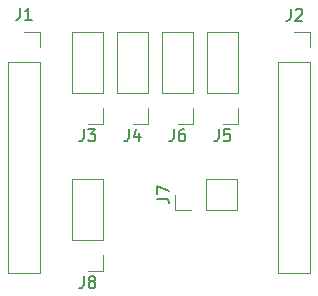
<source format=gbr>
%TF.GenerationSoftware,KiCad,Pcbnew,8.0.7-8.0.7-0~ubuntu24.04.1*%
%TF.CreationDate,2024-12-11T13:59:53+01:00*%
%TF.ProjectId,pcb,7063622e-6b69-4636-9164-5f7063625858,rev?*%
%TF.SameCoordinates,Original*%
%TF.FileFunction,Legend,Top*%
%TF.FilePolarity,Positive*%
%FSLAX46Y46*%
G04 Gerber Fmt 4.6, Leading zero omitted, Abs format (unit mm)*
G04 Created by KiCad (PCBNEW 8.0.7-8.0.7-0~ubuntu24.04.1) date 2024-12-11 13:59:53*
%MOMM*%
%LPD*%
G01*
G04 APERTURE LIST*
%ADD10C,0.150000*%
%ADD11C,0.120000*%
G04 APERTURE END LIST*
D10*
X135048666Y-119386819D02*
X135048666Y-120101104D01*
X135048666Y-120101104D02*
X135001047Y-120243961D01*
X135001047Y-120243961D02*
X134905809Y-120339200D01*
X134905809Y-120339200D02*
X134762952Y-120386819D01*
X134762952Y-120386819D02*
X134667714Y-120386819D01*
X135667714Y-119815390D02*
X135572476Y-119767771D01*
X135572476Y-119767771D02*
X135524857Y-119720152D01*
X135524857Y-119720152D02*
X135477238Y-119624914D01*
X135477238Y-119624914D02*
X135477238Y-119577295D01*
X135477238Y-119577295D02*
X135524857Y-119482057D01*
X135524857Y-119482057D02*
X135572476Y-119434438D01*
X135572476Y-119434438D02*
X135667714Y-119386819D01*
X135667714Y-119386819D02*
X135858190Y-119386819D01*
X135858190Y-119386819D02*
X135953428Y-119434438D01*
X135953428Y-119434438D02*
X136001047Y-119482057D01*
X136001047Y-119482057D02*
X136048666Y-119577295D01*
X136048666Y-119577295D02*
X136048666Y-119624914D01*
X136048666Y-119624914D02*
X136001047Y-119720152D01*
X136001047Y-119720152D02*
X135953428Y-119767771D01*
X135953428Y-119767771D02*
X135858190Y-119815390D01*
X135858190Y-119815390D02*
X135667714Y-119815390D01*
X135667714Y-119815390D02*
X135572476Y-119863009D01*
X135572476Y-119863009D02*
X135524857Y-119910628D01*
X135524857Y-119910628D02*
X135477238Y-120005866D01*
X135477238Y-120005866D02*
X135477238Y-120196342D01*
X135477238Y-120196342D02*
X135524857Y-120291580D01*
X135524857Y-120291580D02*
X135572476Y-120339200D01*
X135572476Y-120339200D02*
X135667714Y-120386819D01*
X135667714Y-120386819D02*
X135858190Y-120386819D01*
X135858190Y-120386819D02*
X135953428Y-120339200D01*
X135953428Y-120339200D02*
X136001047Y-120291580D01*
X136001047Y-120291580D02*
X136048666Y-120196342D01*
X136048666Y-120196342D02*
X136048666Y-120005866D01*
X136048666Y-120005866D02*
X136001047Y-119910628D01*
X136001047Y-119910628D02*
X135953428Y-119863009D01*
X135953428Y-119863009D02*
X135858190Y-119815390D01*
X141264819Y-112804533D02*
X141979104Y-112804533D01*
X141979104Y-112804533D02*
X142121961Y-112852152D01*
X142121961Y-112852152D02*
X142217200Y-112947390D01*
X142217200Y-112947390D02*
X142264819Y-113090247D01*
X142264819Y-113090247D02*
X142264819Y-113185485D01*
X141264819Y-112423580D02*
X141264819Y-111756914D01*
X141264819Y-111756914D02*
X142264819Y-112185485D01*
X138858666Y-106940819D02*
X138858666Y-107655104D01*
X138858666Y-107655104D02*
X138811047Y-107797961D01*
X138811047Y-107797961D02*
X138715809Y-107893200D01*
X138715809Y-107893200D02*
X138572952Y-107940819D01*
X138572952Y-107940819D02*
X138477714Y-107940819D01*
X139763428Y-107274152D02*
X139763428Y-107940819D01*
X139525333Y-106893200D02*
X139287238Y-107607485D01*
X139287238Y-107607485D02*
X139906285Y-107607485D01*
X146478666Y-106940819D02*
X146478666Y-107655104D01*
X146478666Y-107655104D02*
X146431047Y-107797961D01*
X146431047Y-107797961D02*
X146335809Y-107893200D01*
X146335809Y-107893200D02*
X146192952Y-107940819D01*
X146192952Y-107940819D02*
X146097714Y-107940819D01*
X147431047Y-106940819D02*
X146954857Y-106940819D01*
X146954857Y-106940819D02*
X146907238Y-107417009D01*
X146907238Y-107417009D02*
X146954857Y-107369390D01*
X146954857Y-107369390D02*
X147050095Y-107321771D01*
X147050095Y-107321771D02*
X147288190Y-107321771D01*
X147288190Y-107321771D02*
X147383428Y-107369390D01*
X147383428Y-107369390D02*
X147431047Y-107417009D01*
X147431047Y-107417009D02*
X147478666Y-107512247D01*
X147478666Y-107512247D02*
X147478666Y-107750342D01*
X147478666Y-107750342D02*
X147431047Y-107845580D01*
X147431047Y-107845580D02*
X147383428Y-107893200D01*
X147383428Y-107893200D02*
X147288190Y-107940819D01*
X147288190Y-107940819D02*
X147050095Y-107940819D01*
X147050095Y-107940819D02*
X146954857Y-107893200D01*
X146954857Y-107893200D02*
X146907238Y-107845580D01*
X142668666Y-106940819D02*
X142668666Y-107655104D01*
X142668666Y-107655104D02*
X142621047Y-107797961D01*
X142621047Y-107797961D02*
X142525809Y-107893200D01*
X142525809Y-107893200D02*
X142382952Y-107940819D01*
X142382952Y-107940819D02*
X142287714Y-107940819D01*
X143573428Y-106940819D02*
X143382952Y-106940819D01*
X143382952Y-106940819D02*
X143287714Y-106988438D01*
X143287714Y-106988438D02*
X143240095Y-107036057D01*
X143240095Y-107036057D02*
X143144857Y-107178914D01*
X143144857Y-107178914D02*
X143097238Y-107369390D01*
X143097238Y-107369390D02*
X143097238Y-107750342D01*
X143097238Y-107750342D02*
X143144857Y-107845580D01*
X143144857Y-107845580D02*
X143192476Y-107893200D01*
X143192476Y-107893200D02*
X143287714Y-107940819D01*
X143287714Y-107940819D02*
X143478190Y-107940819D01*
X143478190Y-107940819D02*
X143573428Y-107893200D01*
X143573428Y-107893200D02*
X143621047Y-107845580D01*
X143621047Y-107845580D02*
X143668666Y-107750342D01*
X143668666Y-107750342D02*
X143668666Y-107512247D01*
X143668666Y-107512247D02*
X143621047Y-107417009D01*
X143621047Y-107417009D02*
X143573428Y-107369390D01*
X143573428Y-107369390D02*
X143478190Y-107321771D01*
X143478190Y-107321771D02*
X143287714Y-107321771D01*
X143287714Y-107321771D02*
X143192476Y-107369390D01*
X143192476Y-107369390D02*
X143144857Y-107417009D01*
X143144857Y-107417009D02*
X143097238Y-107512247D01*
X152574666Y-96736819D02*
X152574666Y-97451104D01*
X152574666Y-97451104D02*
X152527047Y-97593961D01*
X152527047Y-97593961D02*
X152431809Y-97689200D01*
X152431809Y-97689200D02*
X152288952Y-97736819D01*
X152288952Y-97736819D02*
X152193714Y-97736819D01*
X153003238Y-96832057D02*
X153050857Y-96784438D01*
X153050857Y-96784438D02*
X153146095Y-96736819D01*
X153146095Y-96736819D02*
X153384190Y-96736819D01*
X153384190Y-96736819D02*
X153479428Y-96784438D01*
X153479428Y-96784438D02*
X153527047Y-96832057D01*
X153527047Y-96832057D02*
X153574666Y-96927295D01*
X153574666Y-96927295D02*
X153574666Y-97022533D01*
X153574666Y-97022533D02*
X153527047Y-97165390D01*
X153527047Y-97165390D02*
X152955619Y-97736819D01*
X152955619Y-97736819D02*
X153574666Y-97736819D01*
X129666666Y-96684819D02*
X129666666Y-97399104D01*
X129666666Y-97399104D02*
X129619047Y-97541961D01*
X129619047Y-97541961D02*
X129523809Y-97637200D01*
X129523809Y-97637200D02*
X129380952Y-97684819D01*
X129380952Y-97684819D02*
X129285714Y-97684819D01*
X130666666Y-97684819D02*
X130095238Y-97684819D01*
X130380952Y-97684819D02*
X130380952Y-96684819D01*
X130380952Y-96684819D02*
X130285714Y-96827676D01*
X130285714Y-96827676D02*
X130190476Y-96922914D01*
X130190476Y-96922914D02*
X130095238Y-96970533D01*
X135048666Y-106940819D02*
X135048666Y-107655104D01*
X135048666Y-107655104D02*
X135001047Y-107797961D01*
X135001047Y-107797961D02*
X134905809Y-107893200D01*
X134905809Y-107893200D02*
X134762952Y-107940819D01*
X134762952Y-107940819D02*
X134667714Y-107940819D01*
X135429619Y-106940819D02*
X136048666Y-106940819D01*
X136048666Y-106940819D02*
X135715333Y-107321771D01*
X135715333Y-107321771D02*
X135858190Y-107321771D01*
X135858190Y-107321771D02*
X135953428Y-107369390D01*
X135953428Y-107369390D02*
X136001047Y-107417009D01*
X136001047Y-107417009D02*
X136048666Y-107512247D01*
X136048666Y-107512247D02*
X136048666Y-107750342D01*
X136048666Y-107750342D02*
X136001047Y-107845580D01*
X136001047Y-107845580D02*
X135953428Y-107893200D01*
X135953428Y-107893200D02*
X135858190Y-107940819D01*
X135858190Y-107940819D02*
X135572476Y-107940819D01*
X135572476Y-107940819D02*
X135477238Y-107893200D01*
X135477238Y-107893200D02*
X135429619Y-107845580D01*
D11*
%TO.C,J8*%
X134052000Y-116332000D02*
X134052000Y-111192000D01*
X136712000Y-111192000D02*
X134052000Y-111192000D01*
X136712000Y-116332000D02*
X134052000Y-116332000D01*
X136712000Y-116332000D02*
X136712000Y-111192000D01*
X136712000Y-117602000D02*
X136712000Y-118932000D01*
X136712000Y-118932000D02*
X135382000Y-118932000D01*
%TO.C,J7*%
X142810000Y-113801200D02*
X142810000Y-112471200D01*
X144140000Y-113801200D02*
X142810000Y-113801200D01*
X145410000Y-111141200D02*
X148010000Y-111141200D01*
X145410000Y-113801200D02*
X145410000Y-111141200D01*
X145410000Y-113801200D02*
X148010000Y-113801200D01*
X148010000Y-113801200D02*
X148010000Y-111141200D01*
%TO.C,J4*%
X137862000Y-103886000D02*
X137862000Y-98746000D01*
X140522000Y-98746000D02*
X137862000Y-98746000D01*
X140522000Y-103886000D02*
X137862000Y-103886000D01*
X140522000Y-103886000D02*
X140522000Y-98746000D01*
X140522000Y-105156000D02*
X140522000Y-106486000D01*
X140522000Y-106486000D02*
X139192000Y-106486000D01*
%TO.C,J5*%
X145482000Y-103886000D02*
X145482000Y-98746000D01*
X148142000Y-98746000D02*
X145482000Y-98746000D01*
X148142000Y-103886000D02*
X145482000Y-103886000D01*
X148142000Y-103886000D02*
X148142000Y-98746000D01*
X148142000Y-105156000D02*
X148142000Y-106486000D01*
X148142000Y-106486000D02*
X146812000Y-106486000D01*
%TO.C,J6*%
X141672000Y-103886000D02*
X141672000Y-98746000D01*
X144332000Y-98746000D02*
X141672000Y-98746000D01*
X144332000Y-103886000D02*
X141672000Y-103886000D01*
X144332000Y-103886000D02*
X144332000Y-98746000D01*
X144332000Y-105156000D02*
X144332000Y-106486000D01*
X144332000Y-106486000D02*
X143002000Y-106486000D01*
%TO.C,J2*%
X151530000Y-101270000D02*
X151530000Y-119110000D01*
X151530000Y-101270000D02*
X154190000Y-101270000D01*
X151530000Y-119110000D02*
X154190000Y-119110000D01*
X152860000Y-98670000D02*
X154190000Y-98670000D01*
X154190000Y-98670000D02*
X154190000Y-100000000D01*
X154190000Y-101270000D02*
X154190000Y-119110000D01*
%TO.C,J1*%
X128670000Y-101270000D02*
X128670000Y-119110000D01*
X128670000Y-101270000D02*
X131330000Y-101270000D01*
X128670000Y-119110000D02*
X131330000Y-119110000D01*
X130000000Y-98670000D02*
X131330000Y-98670000D01*
X131330000Y-98670000D02*
X131330000Y-100000000D01*
X131330000Y-101270000D02*
X131330000Y-119110000D01*
%TO.C,J3*%
X134052000Y-103886000D02*
X134052000Y-98746000D01*
X136712000Y-98746000D02*
X134052000Y-98746000D01*
X136712000Y-103886000D02*
X134052000Y-103886000D01*
X136712000Y-103886000D02*
X136712000Y-98746000D01*
X136712000Y-105156000D02*
X136712000Y-106486000D01*
X136712000Y-106486000D02*
X135382000Y-106486000D01*
%TD*%
M02*

</source>
